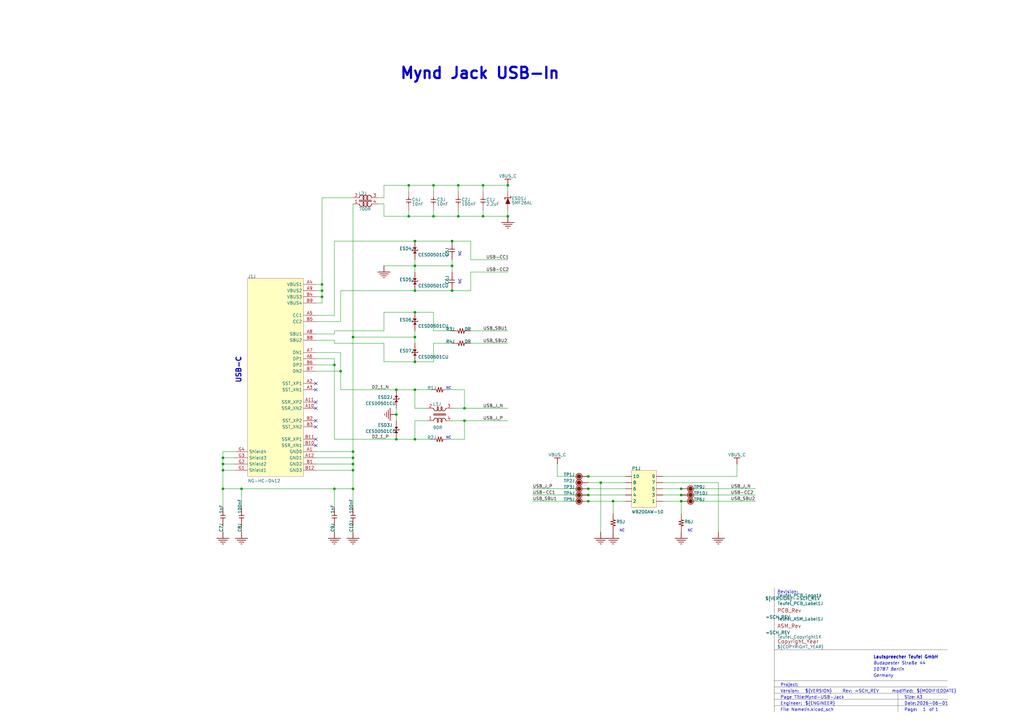
<source format=kicad_sch>
(kicad_sch (version 20231120) (generator "eeschema") (generator_version "8.0")
  (paper "A3")
  (title_block (title "Mynd-USB-Jack") (rev "=SCH_REV"))
  (lib_symbols
    (symbol "Mynd_USB_JACK-altium-import:GND_POWER_GROUND" (power)
      (property "Reference" "#PWR" (at 0 0 0))
      (property "Value" "GND" (at 0 6.35 0))
      (symbol "GND_POWER_GROUND_0_0"
        (pin power_in line (at 0 0 0) (length 0) hide (name "GND") (number ""))
      )
    )
    (symbol "Mynd_USB_JACK-altium-import:VBUS_C_BAR" (power)
      (property "Reference" "#PWR" (at 0 0 0))
      (property "Value" "VBUS_C" (at 0 3.81 0))
      (symbol "VBUS_C_BAR_0_0"
        (pin power_in line (at 0 0 0) (length 0) hide (name "VBUS_C") (number ""))
      )
    )
    (symbol "Mynd_USB_JACK-altium-import:root_0_RES1"
      (symbol "root_0_RES1_1_0"
        (pin passive line (at 0 0 0) (length 2.54) (name "1") (number "1"))
        (pin passive line (at 7.62 0 180) (length 2.54) (name "2") (number "2"))
      )
    )
    (symbol "Mynd_USB_JACK-altium-import:root_0_Teufel NoLogo")
    (symbol "Mynd_USB_JACK-altium-import:root_0_Teufel_ASM_Label"
      (symbol "root_0_Teufel_ASM_Label_1_0"
        (text "ASM_Rev" (at 0 0 0) (effects (font (size 1.524 1.524)) (justify left bottom)))
      )
    )
    (symbol "Mynd_USB_JACK-altium-import:root_0_Teufel_Copyright"
      (symbol "root_0_Teufel_Copyright_1_0"
        (text "Copyright_Year" (at 0 0 0) (effects (font (size 1.524 1.524)) (justify left bottom)))
      )
    )
    (symbol "Mynd_USB_JACK-altium-import:root_0_Teufel_PCB_Label"
      (symbol "root_0_Teufel_PCB_Label_1_0"
        (text "PCB_Rev" (at 0 0 0) (effects (font (size 1.524 1.524)) (justify left bottom)))
      )
    )
    (symbol "Mynd_USB_JACK-altium-import:root_0_mirrored_USB_TYPE_C_3"
      (symbol "root_0_mirrored_USB_TYPE_C_3_1_0"
        (pin passive line (at 5.08 -71.12 180) (length 5.08) (name "GND0") (number "A1"))
        (pin passive line (at 5.08 -53.34 180) (length 5.08) (name "SSR_XN2") (number "A10"))
        (pin passive line (at 5.08 -50.8 180) (length 5.08) (name "SSR_XP2") (number "A11"))
        (pin passive line (at 5.08 -73.66 180) (length 5.08) (name "GND1") (number "A12"))
        (pin passive line (at 5.08 -43.18 180) (length 5.08) (name "SST_XP1") (number "A2"))
        (pin passive line (at 5.08 -45.72 180) (length 5.08) (name "SST_XN1") (number "A3"))
        (pin passive line (at 5.08 -2.54 180) (length 5.08) (name "VBUS1") (number "A4"))
        (pin passive line (at 5.08 -15.24 180) (length 5.08) (name "CC1") (number "A5"))
        (pin passive line (at 5.08 -33.02 180) (length 5.08) (name "DP1") (number "A6"))
        (pin passive line (at 5.08 -30.48 180) (length 5.08) (name "DN1") (number "A7"))
        (pin passive line (at 5.08 -22.86 180) (length 5.08) (name "SBU1") (number "A8"))
        (pin passive line (at 5.08 -5.08 180) (length 5.08) (name "VBUS2") (number "A9"))
        (pin passive line (at 5.08 -76.2 180) (length 5.08) (name "GND2") (number "B1"))
        (pin passive line (at 5.08 -68.58 180) (length 5.08) (name "SSR_XN1") (number "B10"))
        (pin passive line (at 5.08 -66.04 180) (length 5.08) (name "SSR_XP1") (number "B11"))
        (pin passive line (at 5.08 -78.74 180) (length 5.08) (name "GND3") (number "B12"))
        (pin passive line (at 5.08 -58.42 180) (length 5.08) (name "SST_XP2") (number "B2"))
        (pin passive line (at 5.08 -60.96 180) (length 5.08) (name "SST_XN2") (number "B3"))
        (pin passive line (at 5.08 -7.62 180) (length 5.08) (name "VBUS3") (number "B4"))
        (pin passive line (at 5.08 -17.78 180) (length 5.08) (name "CC2") (number "B5"))
        (pin passive line (at 5.08 -35.56 180) (length 5.08) (name "DP2") (number "B6"))
        (pin passive line (at 5.08 -38.1 180) (length 5.08) (name "DN2") (number "B7"))
        (pin passive line (at 5.08 -25.4 180) (length 5.08) (name "SBU2") (number "B8"))
        (pin passive line (at 5.08 -10.16 180) (length 5.08) (name "VBUS4") (number "B9"))
        (pin passive line (at -27.94 -78.74 0) (length 5.08) (name "Shield1") (number "G1"))
        (pin passive line (at -27.94 -76.2 0) (length 5.08) (name "Shield2") (number "G2"))
        (pin passive line (at -27.94 -73.66 0) (length 5.08) (name "Shield3") (number "G3"))
        (pin passive line (at -27.94 -71.12 0) (length 5.08) (name "Shield4") (number "G4"))
      )
    )
    (symbol "Mynd_USB_JACK-altium-import:root_1_CAP1"
      (symbol "root_1_CAP1_1_0"
        (pin passive line (at 0 0 90) (length 2.54) (name "1") (number "1"))
        (pin passive line (at 0 7.62 270) (length 2.54) (name "2") (number "2"))
      )
    )
    (symbol "Mynd_USB_JACK-altium-import:root_1_RES1"
      (symbol "root_1_RES1_1_0"
        (pin passive line (at 0 0 90) (length 2.54) (name "1") (number "1"))
        (pin passive line (at 0 7.62 270) (length 2.54) (name "2") (number "2"))
      )
    )
    (symbol "Mynd_USB_JACK-altium-import:root_1_mirrored_DIODE_BID_ESD2"
      (symbol "root_1_mirrored_DIODE_BID_ESD2_1_0"
        (pin passive line (at 0 0 90) (length 2.54) (name "1") (number "1"))
        (pin passive line (at 0 7.62 270) (length 2.54) (name "2") (number "2"))
      )
    )
    (symbol "Mynd_USB_JACK-altium-import:root_1_mirrored_DIODE_TVS1"
      (symbol "root_1_mirrored_DIODE_TVS1_1_0"
        (pin passive line (at 0 0 90) (length 2.54) (name "A") (number "A"))
        (pin passive line (at 0 7.62 270) (length 2.54) (name "K") (number "K"))
      )
    )
    (symbol "Mynd_USB_JACK-altium-import:root_2_CON 2X5P"
      (symbol "root_2_CON 2X5P_1_0"
        (pin passive line (at 2.54 2.54 180) (length 2.54) (name "1") (number "1"))
        (pin passive line (at -12.7 12.7 0) (length 2.54) (name "10") (number "10"))
        (pin passive line (at -12.7 2.54 0) (length 2.54) (name "2") (number "2"))
        (pin passive line (at 2.54 5.08 180) (length 2.54) (name "3") (number "3"))
        (pin passive line (at -12.7 5.08 0) (length 2.54) (name "4") (number "4"))
        (pin passive line (at 2.54 7.62 180) (length 2.54) (name "5") (number "5"))
        (pin passive line (at -12.7 7.62 0) (length 2.54) (name "6") (number "6"))
        (pin passive line (at 2.54 10.16 180) (length 2.54) (name "7") (number "7"))
        (pin passive line (at -12.7 10.16 0) (length 2.54) (name "8") (number "8"))
        (pin passive line (at 2.54 12.7 180) (length 2.54) (name "9") (number "9"))
      )
    )
    (symbol "Mynd_USB_JACK-altium-import:root_2_TP"
      (symbol "root_2_TP_1_0"
        (pin passive line (at 0 0 180) (length 2.54) (name "1") (number "1"))
      )
    )
    (symbol "Mynd_USB_JACK-altium-import:root_2_mirrored_CET9070F-701"
      (symbol "root_2_mirrored_CET9070F-701_1_0"
        (pin passive line (at 0 0 0) (length 2.54) (name "1") (number "1"))
        (pin passive line (at 0 5.08 0) (length 2.54) (name "2") (number "2"))
        (pin passive line (at 10.16 5.08 180) (length 2.54) (name "3") (number "3"))
        (pin passive line (at 10.16 0 180) (length 2.54) (name "4") (number "4"))
      )
    )
    (symbol "Mynd_USB_JACK-altium-import:root_2_mirrored_INDUCTOR_CM_2_1"
      (symbol "root_2_mirrored_INDUCTOR_CM_2_1_1_0"
        (pin passive line (at 0 0 0) (length 2.54) (name "1") (number "1"))
        (pin passive line (at 0 2.54 0) (length 2.54) (name "2") (number "2"))
        (pin passive line (at 10.16 2.54 180) (length 2.54) (name "3") (number "3"))
        (pin passive line (at 10.16 0 180) (length 2.54) (name "4") (number "4"))
      )
    )
    (symbol "Mynd_USB_JACK-altium-import:root_2_mirrored_TP"
      (symbol "root_2_mirrored_TP_1_0"
        (pin passive line (at 0 0 0) (length 2.54) (name "1") (number "1"))
      )
    )
    (symbol "Mynd_USB_JACK-altium-import:root_3_CAP1"
      (symbol "root_3_CAP1_1_0"
        (pin passive line (at 0 0 270) (length 2.54) (name "1") (number "1"))
        (pin passive line (at 0 -7.62 90) (length 2.54) (name "2") (number "2"))
      )
    )
    (symbol "Mynd_USB_JACK-altium-import:root_3_mirrored_DIODE_BID_ESD2"
      (symbol "root_3_mirrored_DIODE_BID_ESD2_1_0"
        (pin passive line (at 0 0 270) (length 2.54) (name "1") (number "1"))
        (pin passive line (at 0 -7.62 90) (length 2.54) (name "2") (number "2"))
      )
    )
  )
  (junction (at 185.42 98.8822))
  (junction (at 137.16 149.6822))
  (junction (at 144.78 138.2522))
  (junction (at 241.3 205.5622))
  (junction (at 91.44 187.7822))
  (junction (at 208.28 76.0222))
  (junction (at 170.18 109.0422))
  (junction (at 170.18 159.8422))
  (junction (at 170.18 119.2022))
  (junction (at 170.18 98.8822))
  (junction (at 162.56 180.1622))
  (junction (at 144.78 192.8622))
  (junction (at 132.08 119.2022))
  (junction (at 279.4 200.4822))
  (junction (at 251.46 205.5622))
  (junction (at 144.78 185.2422))
  (junction (at 167.64 88.7222))
  (junction (at 170.18 138.2522))
  (junction (at 246.38 197.9422))
  (junction (at 162.56 159.8422))
  (junction (at 137.16 200.4822))
  (junction (at 187.96 88.7222))
  (junction (at 91.44 190.3222))
  (junction (at 185.42 119.2022))
  (junction (at 241.3 203.0222))
  (junction (at 170.18 180.1622))
  (junction (at 170.18 128.0922))
  (junction (at 177.8 88.7222))
  (junction (at 144.78 200.4822))
  (junction (at 177.8 76.0222))
  (junction (at 185.42 109.0422))
  (junction (at 144.78 187.7822))
  (junction (at 144.78 190.3222))
  (junction (at 99.06 200.4822))
  (junction (at 241.3 195.4022))
  (junction (at 91.44 192.8622))
  (junction (at 279.4 205.5622))
  (junction (at 198.12 76.0222))
  (junction (at 208.28 88.7222))
  (junction (at 190.5 167.4622))
  (junction (at 162.56 170.0022))
  (junction (at 91.44 200.4822))
  (junction (at 167.64 76.0222))
  (junction (at 241.3 200.4822))
  (junction (at 139.7 152.2222))
  (junction (at 279.4 203.0222))
  (junction (at 132.08 121.7422))
  (junction (at 187.96 76.0222))
  (junction (at 190.5 172.5422))
  (junction (at 198.12 88.7222))
  (junction (at 132.08 116.6622))
  (junction (at 170.18 148.4122))
  (no_connect (at 129.54 172.5422))
  (no_connect (at 129.54 175.0822))
  (no_connect (at 129.54 164.9222))
  (no_connect (at 129.54 157.3022))
  (no_connect (at 129.54 159.8422))
  (no_connect (at 129.54 180.1622))
  (no_connect (at 129.54 167.4622))
  (no_connect (at 129.54 182.7022))
  (wire (pts (xy 132.08 124.2822) (xy 132.08 121.7422)))
  (wire (pts (xy 208.28 76.0222) (xy 208.28 78.5622)))
  (wire (pts (xy 162.56 180.1622) (xy 137.16 180.1622)))
  (wire (pts (xy 132.08 121.7422) (xy 132.08 119.2022)))
  (wire (pts (xy 185.42 140.7922) (xy 177.8 140.7922)))
  (wire (pts (xy 129.54 192.8622) (xy 144.78 192.8622)))
  (wire (pts (xy 177.8 148.4122) (xy 170.18 148.4122)))
  (wire (pts (xy 241.3 203.0222) (xy 218.44 203.0222)))
  (wire (pts (xy 170.18 119.2022) (xy 185.42 119.2022)))
  (wire (pts (xy 132.08 116.6622) (xy 132.08 81.1022)))
  (wire (pts (xy 176.53 159.8422) (xy 170.18 159.8422)))
  (wire (pts (xy 129.54 144.6022) (xy 139.7 144.6022)))
  (wire (pts (xy 187.96 88.7222) (xy 198.12 88.7222)))
  (wire (pts (xy 99.06 200.4822) (xy 137.16 200.4822)))
  (wire (pts (xy 256.54 197.9422) (xy 246.38 197.9422)))
  (wire (pts (xy 132.08 119.2022) (xy 132.08 116.6622)))
  (wire (pts (xy 170.18 135.7122) (xy 170.18 138.2522)))
  (wire (pts (xy 177.8 140.7922) (xy 177.8 148.4122)))
  (wire (pts (xy 271.78 197.9422) (xy 294.64 197.9422)))
  (wire (pts (xy 185.42 172.5422) (xy 190.5 172.5422)))
  (wire (pts (xy 198.12 76.0222) (xy 198.12 78.5622)))
  (wire (pts (xy 177.8 88.7222) (xy 177.8 86.1822)))
  (wire (pts (xy 228.6 190.3222) (xy 228.6 195.4022)))
  (wire (pts (xy 167.64 76.0222) (xy 167.64 78.5622)))
  (wire (pts (xy 137.16 129.3622) (xy 137.16 98.8822)))
  (wire (pts (xy 309.88 205.5622) (xy 279.4 205.5622)))
  (wire (pts (xy 190.5 180.1622) (xy 190.5 172.5422)))
  (wire (pts (xy 144.78 192.8622) (xy 144.78 190.3222)))
  (polyline (pts (xy 317.5 291.9222) (xy 317.5 266.5222)) (stroke (width 0.0254) (type solid) (color 0 0 0 1)))
  (wire (pts (xy 157.48 135.7122) (xy 137.16 135.7122)))
  (polyline (pts (xy 317.5 286.8422) (xy 388.62 286.8422)) (stroke (width 0.0254) (type solid) (color 0 0 0 1)))
  (wire (pts (xy 302.26 195.4022) (xy 302.26 190.3222)))
  (wire (pts (xy 91.44 218.2622) (xy 91.44 215.7222)))
  (wire (pts (xy 241.3 205.5622) (xy 251.46 205.5622)))
  (wire (pts (xy 251.46 210.6422) (xy 251.46 205.5622)))
  (wire (pts (xy 162.56 170.0022) (xy 162.56 172.5422)))
  (wire (pts (xy 157.48 83.6422) (xy 154.94 83.6422)))
  (wire (pts (xy 185.42 109.0422) (xy 185.42 106.5022)))
  (wire (pts (xy 184.15 180.1622) (xy 190.5 180.1622)))
  (wire (pts (xy 184.15 159.8422) (xy 190.5 159.8422)))
  (wire (pts (xy 193.04 140.7922) (xy 208.28 140.7922)))
  (wire (pts (xy 177.8 76.0222) (xy 187.96 76.0222)))
  (wire (pts (xy 175.26 172.5422) (xy 170.18 172.5422)))
  (wire (pts (xy 139.7 131.9022) (xy 139.7 119.2022)))
  (wire (pts (xy 144.78 138.2522) (xy 170.18 138.2522)))
  (wire (pts (xy 129.54 119.2022) (xy 132.08 119.2022)))
  (polyline (pts (xy 317.5 266.5222) (xy 388.62 266.5222)) (stroke (width 0.0254) (type solid) (color 0 0 0 1)))
  (wire (pts (xy 228.6 195.4022) (xy 241.3 195.4022)))
  (wire (pts (xy 170.18 109.0422) (xy 170.18 111.5822)))
  (wire (pts (xy 162.56 167.4622) (xy 162.56 170.0022)))
  (wire (pts (xy 132.08 81.1022) (xy 144.78 81.1022)))
  (wire (pts (xy 185.42 167.4622) (xy 190.5 167.4622)))
  (wire (pts (xy 198.12 88.7222) (xy 208.28 88.7222)))
  (wire (pts (xy 96.52 187.7822) (xy 91.44 187.7822)))
  (wire (pts (xy 190.5 159.8422) (xy 190.5 167.4622)))
  (wire (pts (xy 279.4 203.0222) (xy 271.78 203.0222)))
  (wire (pts (xy 139.7 119.2022) (xy 170.18 119.2022)))
  (wire (pts (xy 91.44 208.1022) (xy 91.44 200.4822)))
  (polyline (pts (xy 317.5 279.2222) (xy 388.62 279.2222)) (stroke (width 0.0254) (type solid) (color 0 0 0 1)))
  (wire (pts (xy 137.16 200.4822) (xy 144.78 200.4822)))
  (wire (pts (xy 99.06 218.2622) (xy 99.06 215.7222)))
  (wire (pts (xy 129.54 124.2822) (xy 132.08 124.2822)))
  (wire (pts (xy 208.28 88.7222) (xy 208.28 86.1822)))
  (polyline (pts (xy 317.5 266.5222) (xy 317.5 241.1222)) (stroke (width 0.0254) (type solid) (color 0 0 0 1)))
  (wire (pts (xy 279.4 205.5622) (xy 271.78 205.5622)))
  (wire (pts (xy 170.18 180.1622) (xy 162.56 180.1622)))
  (wire (pts (xy 139.7 144.6022) (xy 139.7 152.2222)))
  (polyline (pts (xy 317.5 284.3022) (xy 388.62 284.3022)) (stroke (width 0.0254) (type solid) (color 0 0 0 1)))
  (wire (pts (xy 144.78 190.3222) (xy 144.78 187.7822)))
  (wire (pts (xy 193.04 119.2022) (xy 193.04 111.5822)))
  (wire (pts (xy 167.64 86.1822) (xy 167.64 88.7222)))
  (wire (pts (xy 129.54 116.6622) (xy 132.08 116.6622)))
  (wire (pts (xy 96.52 192.8622) (xy 91.44 192.8622)))
  (wire (pts (xy 137.16 149.6822) (xy 137.16 147.1422)))
  (wire (pts (xy 139.7 159.8422) (xy 162.56 159.8422)))
  (wire (pts (xy 170.18 159.8422) (xy 170.18 167.4622)))
  (wire (pts (xy 167.64 76.0222) (xy 177.8 76.0222)))
  (wire (pts (xy 129.54 131.9022) (xy 139.7 131.9022)))
  (wire (pts (xy 144.78 185.2422) (xy 144.78 138.2522)))
  (polyline (pts (xy 317.5 281.7622) (xy 388.62 281.7622)) (stroke (width 0.0254) (type solid) (color 0 0 0 1)))
  (wire (pts (xy 167.64 88.7222) (xy 177.8 88.7222)))
  (wire (pts (xy 157.48 109.0422) (xy 170.18 109.0422)))
  (wire (pts (xy 157.48 128.0922) (xy 157.48 135.7122)))
  (wire (pts (xy 167.64 76.0222) (xy 157.48 76.0222)))
  (wire (pts (xy 241.3 195.4022) (xy 256.54 195.4022)))
  (wire (pts (xy 144.78 138.2522) (xy 144.78 83.6422)))
  (wire (pts (xy 157.48 148.4122) (xy 157.48 140.7922)))
  (wire (pts (xy 246.38 197.9422) (xy 241.3 197.9422)))
  (wire (pts (xy 193.04 135.7122) (xy 208.28 135.7122)))
  (wire (pts (xy 157.48 81.1022) (xy 154.94 81.1022)))
  (wire (pts (xy 185.42 119.2022) (xy 193.04 119.2022)))
  (wire (pts (xy 167.64 88.7222) (xy 157.48 88.7222)))
  (wire (pts (xy 294.64 197.9422) (xy 294.64 218.2622)))
  (wire (pts (xy 96.52 190.3222) (xy 91.44 190.3222)))
  (wire (pts (xy 187.96 76.0222) (xy 198.12 76.0222)))
  (wire (pts (xy 193.04 98.8822) (xy 193.04 106.5022)))
  (wire (pts (xy 96.52 185.2422) (xy 91.44 185.2422)))
  (wire (pts (xy 91.44 187.7822) (xy 91.44 190.3222)))
  (wire (pts (xy 279.4 200.4822) (xy 271.78 200.4822)))
  (wire (pts (xy 177.8 78.5622) (xy 177.8 76.0222)))
  (wire (pts (xy 157.48 140.7922) (xy 137.16 140.7922)))
  (wire (pts (xy 162.56 159.8422) (xy 170.18 159.8422)))
  (wire (pts (xy 198.12 88.7222) (xy 198.12 86.1822)))
  (wire (pts (xy 193.04 106.5022) (xy 208.28 106.5022)))
  (wire (pts (xy 190.5 167.4622) (xy 208.28 167.4622)))
  (wire (pts (xy 144.78 187.7822) (xy 129.54 187.7822)))
  (wire (pts (xy 170.18 148.4122) (xy 157.48 148.4122)))
  (wire (pts (xy 137.16 140.7922) (xy 137.16 139.5222)))
  (wire (pts (xy 99.06 208.1022) (xy 99.06 200.4822)))
  (wire (pts (xy 309.88 203.0222) (xy 279.4 203.0222)))
  (wire (pts (xy 190.5 172.5422) (xy 208.28 172.5422)))
  (wire (pts (xy 129.54 190.3222) (xy 144.78 190.3222)))
  (wire (pts (xy 137.16 98.8822) (xy 170.18 98.8822)))
  (wire (pts (xy 177.8 88.7222) (xy 187.96 88.7222)))
  (wire (pts (xy 187.96 88.7222) (xy 187.96 86.1822)))
  (wire (pts (xy 309.88 200.4822) (xy 279.4 200.4822)))
  (wire (pts (xy 129.54 121.7422) (xy 132.08 121.7422)))
  (wire (pts (xy 170.18 167.4622) (xy 175.26 167.4622)))
  (wire (pts (xy 177.8 135.7122) (xy 177.8 128.0922)))
  (wire (pts (xy 187.96 76.0222) (xy 187.96 78.5622)))
  (wire (pts (xy 91.44 185.2422) (xy 91.44 187.7822)))
  (wire (pts (xy 170.18 128.0922) (xy 157.48 128.0922)))
  (wire (pts (xy 241.3 200.4822) (xy 256.54 200.4822)))
  (wire (pts (xy 256.54 203.0222) (xy 241.3 203.0222)))
  (wire (pts (xy 157.48 76.0222) (xy 157.48 81.1022)))
  (wire (pts (xy 137.16 139.5222) (xy 129.54 139.5222)))
  (wire (pts (xy 137.16 136.9822) (xy 129.54 136.9822)))
  (wire (pts (xy 218.44 200.4822) (xy 241.3 200.4822)))
  (wire (pts (xy 198.12 76.0222) (xy 208.28 76.0222)))
  (polyline (pts (xy 368.3 291.9222) (xy 368.3 284.3022)) (stroke (width 0.0254) (type solid) (color 0 0 0 1)))
  (wire (pts (xy 144.78 208.1022) (xy 144.78 200.4822)))
  (wire (pts (xy 139.7 152.2222) (xy 139.7 159.8422)))
  (wire (pts (xy 144.78 185.2422) (xy 144.78 187.7822)))
  (wire (pts (xy 144.78 200.4822) (xy 144.78 192.8622)))
  (wire (pts (xy 144.78 218.2622) (xy 144.78 215.7222)))
  (wire (pts (xy 246.38 218.2622) (xy 246.38 197.9422)))
  (wire (pts (xy 170.18 180.1622) (xy 176.53 180.1622)))
  (wire (pts (xy 129.54 149.6822) (xy 137.16 149.6822)))
  (wire (pts (xy 170.18 106.5022) (xy 170.18 109.0422)))
  (wire (pts (xy 177.8 128.0922) (xy 170.18 128.0922)))
  (wire (pts (xy 185.42 135.7122) (xy 177.8 135.7122)))
  (wire (pts (xy 157.48 88.7222) (xy 157.48 83.6422)))
  (wire (pts (xy 241.3 205.5622) (xy 218.44 205.5622)))
  (wire (pts (xy 170.18 109.0422) (xy 185.42 109.0422)))
  (wire (pts (xy 91.44 200.4822) (xy 99.06 200.4822)))
  (wire (pts (xy 137.16 135.7122) (xy 137.16 136.9822)))
  (wire (pts (xy 193.04 111.5822) (xy 208.28 111.5822)))
  (wire (pts (xy 129.54 129.3622) (xy 137.16 129.3622)))
  (wire (pts (xy 279.4 210.6422) (xy 279.4 205.5622)))
  (wire (pts (xy 185.42 109.0422) (xy 185.42 111.5822)))
  (wire (pts (xy 251.46 205.5622) (xy 256.54 205.5622)))
  (wire (pts (xy 271.78 195.4022) (xy 302.26 195.4022)))
  (polyline (pts (xy 317.5 289.3822) (xy 388.62 289.3822)) (stroke (width 0.0254) (type solid) (color 0 0 0 1)))
  (wire (pts (xy 137.16 147.1422) (xy 129.54 147.1422)))
  (wire (pts (xy 137.16 180.1622) (xy 137.16 149.6822)))
  (wire (pts (xy 129.54 152.2222) (xy 139.7 152.2222)))
  (wire (pts (xy 91.44 192.8622) (xy 91.44 200.4822)))
  (wire (pts (xy 137.16 208.1022) (xy 137.16 200.4822)))
  (wire (pts (xy 137.16 218.2622) (xy 137.16 215.7222)))
  (wire (pts (xy 185.42 98.8822) (xy 193.04 98.8822)))
  (wire (pts (xy 170.18 138.2522) (xy 170.18 140.7922)))
  (wire (pts (xy 129.54 185.2422) (xy 144.78 185.2422)))
  (wire (pts (xy 170.18 172.5422) (xy 170.18 180.1622)))
  (wire (pts (xy 170.18 98.8822) (xy 185.42 98.8822)))
  (wire (pts (xy 91.44 190.3222) (xy 91.44 192.8622)))
  (text "" (at 179.07 60.7822 0) (effects (font (size 4.572 4.572) (thickness 0.9144) (bold yes)) (justify left bottom)))
  (text "${TITLE}" (at 330.2 286.8422 0) (effects (font (size 1.27 1.27)) (justify left bottom)))
  (text "Revision:" (at 318.77 243.6622 0) (effects (font (size 1.27 1.27)) (justify left bottom)))
  (text "Mynd Jack USB-In" (at 196.85 32.8422 0) (effects (font (size 4.572 4.572) (thickness 0.9144) (bold yes)) (justify bottom)))
  (text "${##}" (at 383.54 291.9222 0) (effects (font (size 1.27 1.27)) (justify left bottom)))
  (text "Project:" (at 320.04 281.7622 0) (effects (font (size 1.27 1.27)) (justify left bottom)))
  (text "Budapester Straße 44" (at 358.14 272.8722 0) (effects (font (size 1.27 1.27) (italic yes)) (justify left bottom)))
  (text "Page Title:" (at 320.04 286.8422 0) (effects (font (size 1.27 1.27)) (justify left bottom)))
  (text "${FILENAME}" (at 330.2 291.9222 0) (effects (font (size 1.27 1.27)) (justify left bottom)))
  (text "NC" (at 182.88 180.1622 0) (effects (font (size 1.016 1.016)) (justify left bottom)))
  (text "NC" (at 254 218.2622 0) (effects (font (size 1.016 1.016)) (justify left bottom)))
  (text "File Name:" (at 320.04 291.9222 0) (effects (font (size 1.27 1.27)) (justify left bottom)))
  (text "Date:" (at 370.84 289.3822 0) (effects (font (size 1.27 1.27)) (justify left bottom)))
  (text "Size:" (at 370.84 286.8422 0) (effects (font (size 1.27 1.27)) (justify left bottom)))
  (text "${PROJECTNAME}" (at 330.2 281.7622 0) (effects (font (size 1.27 1.27)) (justify left bottom)))
  (text "NC" (at 281.94 218.2622 0) (effects (font (size 1.016 1.016)) (justify left bottom)))
  (text "NC" (at 189.23 105.2322 90) (effects (font (size 1.016 1.016)) (justify left bottom)))
  (text "of" (at 381 291.9222 0) (effects (font (size 1.27 1.27)) (justify left bottom)))
  (text "modified:" (at 365.76 284.3022 0) (effects (font (size 1.27 1.27)) (justify left bottom)))
  (text "${MODIFIEDDATE}" (at 375.92 284.3022 0) (effects (font (size 1.27 1.27)) (justify left bottom)))
  (text "${REVISION}" (at 350.52 284.3022 0) (effects (font (size 1.27 1.27)) (justify left bottom)))
  (text "Page:" (at 370.84 291.9222 0) (effects (font (size 1.27 1.27)) (justify left bottom)))
  (text "10787 Berlin" (at 358.14 275.4122 0) (effects (font (size 1.27 1.27) (italic yes)) (justify left bottom)))
  (text "USB-C" (at 99.06 157.3022 90) (effects (font (size 2.032 2.032) (thickness 0.4064) (bold yes)) (justify left bottom)))
  (text "Version:" (at 320.04 284.3022 0) (effects (font (size 1.27 1.27)) (justify left bottom)))
  (text "Rev:" (at 345.44 284.3022 0) (effects (font (size 1.27 1.27)) (justify left bottom)))
  (text "${CURRENT_DATE}" (at 375.92 289.3822 0) (effects (font (size 1.27 1.27)) (justify left bottom)))
  (text "Engineer:" (at 320.04 289.3822 0) (effects (font (size 1.27 1.27)) (justify left bottom)))
  (text "${VERSION}" (at 330.2 284.3022 0) (effects (font (size 1.27 1.27)) (justify left bottom)))
  (text "A3" (at 375.92 286.8422 0) (effects (font (size 1.27 1.27)) (justify left bottom)))
  (text "Germany" (at 358.14 277.9522 0) (effects (font (size 1.27 1.27) (italic yes)) (justify left bottom)))
  (text "${ENGINEER}" (at 330.2 289.3822 0) (effects (font (size 1.27 1.27)) (justify left bottom)))
  (text "NC" (at 189.23 116.6622 90) (effects (font (size 1.016 1.016)) (justify left bottom)))
  (text "NC" (at 182.88 159.8422 0) (effects (font (size 1.016 1.016)) (justify left bottom)))
  (text "Lautspreecher Teufel GmbH" (at 358.14 270.3322 0) (effects (font (size 1.27 1.27) (thickness 0.254) (bold yes)) (justify left bottom)))
  (text "${#}" (at 378.46 291.9222 0) (effects (font (size 1.27 1.27)) (justify left bottom)))
  (label "USB_SBU1" (at 198.12 135.7122 0))
  (label "USB-CC2" (at 199.39 111.5822 0))
  (label "USB_SBU1" (at 218.44 205.5622 0))
  (label "USB_J_N" (at 198.12 167.4622 0))
  (label "USB_SBU2" (at 299.72 205.5622 0))
  (label "USB-CC1" (at 218.44 203.0222 0))
  (label "D2_1_N" (at 152.4 159.8422 0))
  (label "USB_J_N" (at 299.72 200.4822 0))
  (label "D2_1_P" (at 152.4 180.1622 0))
  (label "USB_J_P" (at 198.12 172.5422 0))
  (label "USB-CC2" (at 299.72 203.0222 0))
  (label "USB_SBU2" (at 198.12 140.7922 0))
  (label "USB_J_P" (at 218.44 200.4822 0))
  (label "USB-CC1" (at 199.39 106.5022 0))
  (symbol (lib_id "Mynd_USB_JACK-altium-import:root_2_TP") (at 241.3 200.4822 0) (unit 1)
    (property "Reference" "TP3J" (at 231.14 200.4822 0) (effects (justify left bottom)))
    (property "Value" "TP12" (effects (hide yes)))
    (property "Footprint" "TP120" (effects (hide yes)))
    (property "Description" "Test Point" (effects (hide yes)))
    (property "DESIGN ITEM ID" "TP" (effects (hide yes)))
  )
  (symbol (lib_id "Mynd_USB_JACK-altium-import:VBUS_C_BAR") (at 228.6 190.3222 180) (unit 1)
    (property "Reference" "#PWR?" (effects (hide yes)))
    (property "Value" "VBUS_C" (at 228.6 186.5122 0))
  )
  (symbol (lib_id "Mynd_USB_JACK-altium-import:root_3_mirrored_DIODE_BID_ESD2") (at 162.56 172.5422 0) (unit 1)
    (property "Reference" "ESD3J" (at 154.94 175.0822 0) (effects (justify left bottom)))
    (property "Value" "${ALTIUM_VALUE}" (at 149.86 177.6222 0) (effects (justify left bottom)))
    (property "Footprint" "DFN2_100X60X50_65" (effects (hide yes)))
    (property "Description" "SMD TVS 2P 5.5 DFN1006 CESD0501CU CTE" (effects (hide yes)))
    (property "MANUFACTURER" "CTE" (effects (hide yes)))
    (property "VOLTAGE" "5.5V" (effects (hide yes)))
    (property "PART_NUMBER" "CESD0501CU" (effects (hide yes)))
    (property "PART_TYPE" "Semiconductor Diode TVS SMT" (effects (hide yes)))
    (property "ALTIUM_VALUE" "${PART_NUMBER}" (effects (hide yes)))
  )
  (symbol (lib_id "Mynd_USB_JACK-altium-import:root_3_CAP1") (at 185.42 98.8822 0) (unit 1)
    (property "Reference" "C5J" (at 184.15 105.2322 90) (effects (justify left bottom)))
    (property "Value" "${ALTIUM_VALUE}" (effects (hide yes)))
    (property "Footprint" "C0603X80" (effects (hide yes)))
    (property "Description" "PSHF SMD CAP 470pF 50V 10%" (effects (hide yes)))
    (property "MANUFACTURER" "Multi-Sourced" (effects (hide yes)))
    (property "TOLERANCE" "±10%" (effects (hide yes)))
    (property "TEMPERATURERANGE" "X7R" (effects (hide yes)))
    (property "PART_NUMBER" "Generic" (effects (hide yes)))
    (property "PART_TYPE" "Capacitor ceramic SMT" (effects (hide yes)))
    (property "ALTIUM_VALUE" "470pF" (effects (hide yes)))
    (property "VOLTAGE" "50V" (effects (hide yes)))
  )
  (symbol (lib_id "Mynd_USB_JACK-altium-import:root_3_mirrored_DIODE_BID_ESD2") (at 170.18 140.7922 0) (unit 1)
    (property "Reference" "ESD7J" (at 163.83 144.6022 0) (effects (justify left bottom)))
    (property "Value" "${ALTIUM_VALUE}" (at 171.45 147.1422 0) (effects (justify left bottom)))
    (property "Footprint" "DFN2_100X60X50_65" (effects (hide yes)))
    (property "Description" "SMD TVS 2P 5.5 DFN1006 CESD0501CU CTE" (effects (hide yes)))
    (property "MANUFACTURER" "CTE" (effects (hide yes)))
    (property "VOLTAGE" "5.5V" (effects (hide yes)))
    (property "PART_NUMBER" "CESD0501CU" (effects (hide yes)))
    (property "PART_TYPE" "Semiconductor Diode TVS SMT" (effects (hide yes)))
    (property "ALTIUM_VALUE" "${PART_NUMBER}" (effects (hide yes)))
  )
  (symbol (lib_id "Mynd_USB_JACK-altium-import:GND_POWER_GROUND") (at 144.78 218.2622 0) (unit 1)
    (property "Reference" "#PWR?" (effects (hide yes)))
    (property "Value" "GND" (effects (hide yes)))
  )
  (symbol (lib_id "Mynd_USB_JACK-altium-import:root_2_mirrored_TP") (at 279.4 200.4822 0) (unit 1)
    (property "Reference" "TP9J" (at 284.48 200.4822 0) (effects (justify left bottom)))
    (property "Value" "TP12" (effects (hide yes)))
    (property "Footprint" "TP120" (effects (hide yes)))
    (property "Description" "Test Point" (effects (hide yes)))
    (property "DESIGN ITEM ID" "TP" (effects (hide yes)))
  )
  (symbol (lib_id "Mynd_USB_JACK-altium-import:root_3_CAP1") (at 91.44 208.1022 0) (unit 1)
    (property "Reference" "C7J" (at 91.44 218.2622 90) (effects (justify left bottom)))
    (property "Value" "${ALTIUM_VALUE}" (at 91.44 210.6422 90) (effects (justify left bottom)))
    (property "Footprint" "C0603X100" (effects (hide yes)))
    (property "Description" "GPHF SMD M CAP 1nF 50V ±10% 0603 X7R" (effects (hide yes)))
    (property "MANUFACTURER" "Multi-Sourced" (effects (hide yes)))
    (property "TOLERANCE" "±10%" (effects (hide yes)))
    (property "TEMPERATURERANGE" "X7R" (effects (hide yes)))
    (property "PART_NUMBER" "Generic" (effects (hide yes)))
    (property "PART_TYPE" "Capacitor ceramic SMT" (effects (hide yes)))
    (property "ALTIUM_VALUE" "1nF" (effects (hide yes)))
    (property "VOLTAGE" "50V" (effects (hide yes)))
  )
  (symbol (lib_id "Mynd_USB_JACK-altium-import:root_2_TP") (at 241.3 205.5622 0) (unit 1)
    (property "Reference" "TP5J" (at 231.14 205.5622 0) (effects (justify left bottom)))
    (property "Value" "TP12" (effects (hide yes)))
    (property "Footprint" "TP120" (effects (hide yes)))
    (property "Description" "Test Point" (effects (hide yes)))
    (property "DESIGN ITEM ID" "TP" (effects (hide yes)))
  )
  (symbol (lib_id "Mynd_USB_JACK-altium-import:VBUS_C_BAR") (at 208.28 76.0222 180) (unit 1)
    (property "Reference" "#PWR?" (effects (hide yes)))
    (property "Value" "VBUS_C" (at 208.28 72.2122 0))
  )
  (symbol (lib_id "Mynd_USB_JACK-altium-import:root_3_CAP1") (at 99.06 208.1022 0) (unit 1)
    (property "Reference" "C8J" (at 99.06 218.2622 90) (effects (justify left bottom)))
    (property "Value" "${ALTIUM_VALUE}" (at 99.06 210.6422 90) (effects (justify left bottom)))
    (property "Footprint" "C0603X100" (effects (hide yes)))
    (property "Description" "GPHF SMD M CAP 100nF 50V ±10% 0603 X7R" (effects (hide yes)))
    (property "MANUFACTURER" "Multi-Sourced" (effects (hide yes)))
    (property "TOLERANCE" "±10%" (effects (hide yes)))
    (property "TEMPERATURERANGE" "X7R" (effects (hide yes)))
    (property "PART_NUMBER" "Generic" (effects (hide yes)))
    (property "PART_TYPE" "Capacitor ceramic SMT" (effects (hide yes)))
    (property "ALTIUM_VALUE" "100nF" (effects (hide yes)))
    (property "VOLTAGE" "50V" (effects (hide yes)))
  )
  (symbol (lib_id "Mynd_USB_JACK-altium-import:root_0_Teufel NoLogo") (at 320.04 246.2022 0) (unit 1)
    (property "Reference" "Teufel_PCB_Logo1k" (at 318.77 244.9322 0) (effects (justify left bottom)))
    (property "Value" "${VERSION}-${REVISION}" (at 318.77 246.2022 0) (effects (justify left bottom)))
    (property "Footprint" "Teufel_NoLogo" (effects (hide yes)))
    (property "Description" "Teufel PCB NoLogo" (effects (hide yes)))
  )
  (symbol (lib_id "Mynd_USB_JACK-altium-import:root_2_mirrored_TP") (at 279.4 205.5622 0) (unit 1)
    (property "Reference" "TP6J" (at 284.48 205.5622 0) (effects (justify left bottom)))
    (property "Value" "TP12" (effects (hide yes)))
    (property "Footprint" "TP120" (effects (hide yes)))
    (property "Description" "Test Point" (effects (hide yes)))
    (property "DESIGN ITEM ID" "TP" (effects (hide yes)))
  )
  (symbol (lib_id "Mynd_USB_JACK-altium-import:GND_POWER_GROUND") (at 208.28 88.7222 0) (unit 1)
    (property "Reference" "#PWR?" (effects (hide yes)))
    (property "Value" "GND" (effects (hide yes)))
  )
  (symbol (lib_id "Mynd_USB_JACK-altium-import:root_1_RES1") (at 279.4 218.2622 0) (unit 1)
    (property "Reference" "R6J" (at 280.67 214.7062 0) (effects (justify left bottom)))
    (property "Value" "${ALTIUM_VALUE}" (effects (hide yes)))
    (property "Footprint" "R0402" (effects (hide yes)))
    (property "Description" "SMD THICK FILM RES. 0Ohm 1/16W 1% 0402" (effects (hide yes)))
    (property "WATTAGE" "1/16W" (effects (hide yes)))
    (property "MANUFACTURER" "Multi-Sourced" (effects (hide yes)))
    (property "TOLERANCE" "1%" (effects (hide yes)))
    (property "PART_NUMBER" "Generic" (effects (hide yes)))
    (property "PART_TYPE" "Resistor SMT" (effects (hide yes)))
    (property "ALTIUM_VALUE" "NC" (effects (hide yes)))
  )
  (symbol (lib_id "Mynd_USB_JACK-altium-import:root_2_TP") (at 241.3 195.4022 0) (unit 1)
    (property "Reference" "TP1J" (at 231.14 195.4022 0) (effects (justify left bottom)))
    (property "Value" "TP12" (effects (hide yes)))
    (property "Footprint" "TP120" (effects (hide yes)))
    (property "Description" "Test Point" (effects (hide yes)))
    (property "DESIGN ITEM ID" "TP" (effects (hide yes)))
  )
  (symbol (lib_id "Mynd_USB_JACK-altium-import:root_1_mirrored_DIODE_TVS1") (at 208.28 86.1822 0) (unit 1)
    (property "Reference" "ESD1J" (at 209.804 82.1182 0) (effects (justify left bottom)))
    (property "Value" "${ALTIUM_VALUE}" (at 209.804 83.8962 0) (effects (justify left bottom)))
    (property "Footprint" "SOD-123FL" (effects (hide yes)))
    (property "Description" "SMD TVS 2P 26 SOD-123FL SMF26AL JJW" (effects (hide yes)))
    (property "MANUFACTURER" "JJW" (effects (hide yes)))
    (property "CURRENT" "1A" (effects (hide yes)))
    (property "VOLTAGE" "26" (effects (hide yes)))
    (property "PART_NUMBER" "SMF26AL" (effects (hide yes)))
    (property "PART_TYPE" "Semiconductor Diode TVS SMT" (effects (hide yes)))
    (property "ALTIUM_VALUE" "${PART_NUMBER}" (effects (hide yes)))
  )
  (symbol (lib_id "Mynd_USB_JACK-altium-import:root_1_RES1") (at 251.46 218.2622 0) (unit 1)
    (property "Reference" "R5J" (at 252.73 214.7062 0) (effects (justify left bottom)))
    (property "Value" "${ALTIUM_VALUE}" (effects (hide yes)))
    (property "Footprint" "R0402" (effects (hide yes)))
    (property "Description" "SMD THICK FILM RES. 0Ohm 1/16W 1% 0402" (effects (hide yes)))
    (property "WATTAGE" "1/16W" (effects (hide yes)))
    (property "MANUFACTURER" "Multi-Sourced" (effects (hide yes)))
    (property "TOLERANCE" "1%" (effects (hide yes)))
    (property "PART_NUMBER" "Generic" (effects (hide yes)))
    (property "PART_TYPE" "Resistor SMT" (effects (hide yes)))
    (property "ALTIUM_VALUE" "NC" (effects (hide yes)))
  )
  (symbol (lib_id "Mynd_USB_JACK-altium-import:root_3_CAP1") (at 167.64 78.5622 0) (unit 1)
    (property "Reference" "C4J" (at 168.91 82.6262 0) (effects (justify left bottom)))
    (property "Value" "${ALTIUM_VALUE}" (at 168.91 84.4042 0) (effects (justify left bottom)))
    (property "Footprint" "C0603X100" (effects (hide yes)))
    (property "Description" "PSHF SMD M CAP 10nF 50V ±10% 0603 X7R" (effects (hide yes)))
    (property "MANUFACTURER" "Multi-Sourced" (effects (hide yes)))
    (property "TOLERANCE" "±10%" (effects (hide yes)))
    (property "TEMPERATURERANGE" "X7R" (effects (hide yes)))
    (property "PART_NUMBER" "Generic" (effects (hide yes)))
    (property "PART_TYPE" "Capacitor ceramic SMT" (effects (hide yes)))
    (property "ALTIUM_VALUE" "10nF" (effects (hide yes)))
    (property "VOLTAGE" "50V" (effects (hide yes)))
  )
  (symbol (lib_id "Mynd_USB_JACK-altium-import:GND_POWER_GROUND") (at 99.06 218.2622 0) (unit 1)
    (property "Reference" "#PWR?" (effects (hide yes)))
    (property "Value" "GND" (effects (hide yes)))
  )
  (symbol (lib_id "Mynd_USB_JACK-altium-import:GND_POWER_GROUND") (at 279.4 218.2622 0) (unit 1)
    (property "Reference" "#PWR?" (effects (hide yes)))
    (property "Value" "GND" (effects (hide yes)))
  )
  (symbol (lib_id "Mynd_USB_JACK-altium-import:GND_POWER_GROUND") (at 91.44 218.2622 0) (unit 1)
    (property "Reference" "#PWR?" (effects (hide yes)))
    (property "Value" "GND" (effects (hide yes)))
  )
  (symbol (lib_id "Mynd_USB_JACK-altium-import:root_0_mirrored_USB_TYPE_C_3") (at 124.46 114.1222 0) (unit 1)
    (property "Reference" "J1J" (at 101.6 114.1222 0) (effects (justify left bottom)))
    (property "Value" "${ALTIUM_VALUE}" (at 101.6 197.9422 0) (effects (justify left bottom)))
    (property "Footprint" "USB_TYPE_C_HC_0768" (effects (hide yes)))
    (property "Description" "SMD USB JACK 24P TID VERIFY" (effects (hide yes)))
    (property "MANUFACTURER" "FTS" (effects (hide yes)))
    (property "PART_NUMBER" "NG-HC-0412" (effects (hide yes)))
    (property "PART_TYPE" "Jack USBC SMT" (effects (hide yes)))
    (property "ALTIUM_VALUE" "${PART_NUMBER}" (effects (hide yes)))
  )
  (symbol (lib_id "Mynd_USB_JACK-altium-import:GND_POWER_GROUND") (at 157.48 109.0422 0) (unit 1)
    (property "Reference" "#PWR?" (effects (hide yes)))
    (property "Value" "GND" (effects (hide yes)))
  )
  (symbol (lib_id "Mynd_USB_JACK-altium-import:root_2_CON 2X5P") (at 269.24 208.1022 0) (unit 1)
    (property "Reference" "P1J" (at 259.08 192.8622 0) (effects (justify left bottom)))
    (property "Value" "${ALTIUM_VALUE}" (at 259.08 210.6422 0) (effects (justify left bottom)))
    (property "Footprint" "WB200AW_2x5P" (effects (hide yes)))
    (property "Description" "SMD WTB CONNECTOR 10P P2.0mm TIN" (effects (hide yes)))
    (property "MANUFACTURER" "MINGHENG" (effects (hide yes)))
    (property "SYSTEM" "Connector" (effects (hide yes)))
    (property "PART_NUMBER" "WB200AW-10" (effects (hide yes)))
    (property "PART_TYPE" "Connector WTB SMT" (effects (hide yes)))
    (property "ALTIUM_VALUE" "${PART_NUMBER}" (effects (hide yes)))
  )
  (symbol (lib_id "Mynd_USB_JACK-altium-import:root_0_Teufel_Copyright") (at 318.77 263.9822 0) (unit 1)
    (property "Reference" "Teufel_Copyright1K" (at 318.77 261.9502 0) (effects (justify left bottom)))
    (property "Value" "${COPYRIGHT_YEAR}" (at 318.77 266.0142 0) (effects (justify left bottom)))
    (property "Footprint" "TEUFEL_COPYRIGHT" (effects (hide yes)))
    (property "Description" "Teufel_Copyright_Year" (effects (hide yes)))
    (property "ALTIUM_VALUE" "2023" (effects (hide yes)))
  )
  (symbol (lib_id "Mynd_USB_JACK-altium-import:root_1_mirrored_DIODE_BID_ESD2") (at 170.18 135.7122 0) (unit 1)
    (property "Reference" "ESD6J" (at 163.83 131.9022 0) (effects (justify left bottom)))
    (property "Value" "${ALTIUM_VALUE}" (at 171.45 134.4422 0) (effects (justify left bottom)))
    (property "Footprint" "DFN2_100X60X50_65" (effects (hide yes)))
    (property "Description" "SMD TVS 2P 5.5 DFN1006 CESD0501CU CTE" (effects (hide yes)))
    (property "MANUFACTURER" "CTE" (effects (hide yes)))
    (property "VOLTAGE" "5.5V" (effects (hide yes)))
    (property "PART_NUMBER" "CESD0501CU" (effects (hide yes)))
    (property "PART_TYPE" "Semiconductor Diode TVS SMT" (effects (hide yes)))
    (property "ALTIUM_VALUE" "${PART_NUMBER}" (effects (hide yes)))
  )
  (symbol (lib_id "Mynd_USB_JACK-altium-import:root_3_CAP1") (at 137.16 208.1022 0) (unit 1)
    (property "Reference" "C9J" (at 137.16 218.2622 90) (effects (justify left bottom)))
    (property "Value" "${ALTIUM_VALUE}" (at 137.16 210.6422 90) (effects (justify left bottom)))
    (property "Footprint" "C0603X100" (effects (hide yes)))
    (property "Description" "GPHF SMD M CAP 1nF 50V ±10% 0603 X7R" (effects (hide yes)))
    (property "MANUFACTURER" "Multi-Sourced" (effects (hide yes)))
    (property "TOLERANCE" "±10%" (effects (hide yes)))
    (property "TEMPERATURERANGE" "X7R" (effects (hide yes)))
    (property "PART_NUMBER" "Generic" (effects (hide yes)))
    (property "PART_TYPE" "Capacitor ceramic SMT" (effects (hide yes)))
    (property "ALTIUM_VALUE" "1nF" (effects (hide yes)))
    (property "VOLTAGE" "50V" (effects (hide yes)))
  )
  (symbol (lib_id "Mynd_USB_JACK-altium-import:root_0_RES1") (at 185.42 135.7122 0) (unit 1)
    (property "Reference" "R3J" (at 182.88 135.7122 0) (effects (justify left bottom)))
    (property "Value" "${ALTIUM_VALUE}" (at 190.5 135.7122 0) (effects (justify left bottom)))
    (property "Footprint" "R0402" (effects (hide yes)))
    (property "Description" "GPHF SMD RES. 0OHM 1/16W 5% 0402" (effects (hide yes)))
    (property "WATTAGE" "1/16W" (effects (hide yes)))
    (property "MANUFACTURER" "Multi-Sourced" (effects (hide yes)))
    (property "TOLERANCE" "5%" (effects (hide yes)))
    (property "PART_NUMBER" "Generic" (effects (hide yes)))
    (property "PART_TYPE" "Resistor SMT" (effects (hide yes)))
    (property "ALTIUM_VALUE" "0R" (effects (hide yes)))
  )
  (symbol (lib_id "Mynd_USB_JACK-altium-import:root_2_TP") (at 241.3 197.9422 0) (unit 1)
    (property "Reference" "TP2J" (at 231.14 197.9422 0) (effects (justify left bottom)))
    (property "Value" "TP12" (effects (hide yes)))
    (property "Footprint" "TP120" (effects (hide yes)))
    (property "Description" "Test Point" (effects (hide yes)))
    (property "DESIGN ITEM ID" "TP" (effects (hide yes)))
  )
  (symbol (lib_id "Mynd_USB_JACK-altium-import:root_0_RES1") (at 176.53 180.1622 0) (unit 1)
    (property "Reference" "R2J" (at 175.26 180.1622 0) (effects (justify left bottom)))
    (property "Value" "${ALTIUM_VALUE}" (effects (hide yes)))
    (property "Footprint" "R0402" (effects (hide yes)))
    (property "Description" "SMD THICK FILM RES. 0Ohm 1/16W 1% 0402" (effects (hide yes)))
    (property "WATTAGE" "1/16W" (effects (hide yes)))
    (property "MANUFACTURER" "Multi-Sourced" (effects (hide yes)))
    (property "TOLERANCE" "1%" (effects (hide yes)))
    (property "PART_NUMBER" "Generic" (effects (hide yes)))
    (property "PART_TYPE" "Resistor SMT" (effects (hide yes)))
    (property "ALTIUM_VALUE" "0R" (effects (hide yes)))
  )
  (symbol (lib_id "Mynd_USB_JACK-altium-import:GND_POWER_GROUND") (at 246.38 218.2622 0) (unit 1)
    (property "Reference" "#PWR?" (effects (hide yes)))
    (property "Value" "GND" (effects (hide yes)))
  )
  (symbol (lib_id "Mynd_USB_JACK-altium-import:root_3_mirrored_DIODE_BID_ESD2") (at 170.18 98.8822 0) (unit 1)
    (property "Reference" "ESD4J" (at 163.83 102.6922 0) (effects (justify left bottom)))
    (property "Value" "${ALTIUM_VALUE}" (at 171.45 105.2322 0) (effects (justify left bottom)))
    (property "Footprint" "DFN2_100X60X50_65" (effects (hide yes)))
    (property "Description" "SMD TVS 2P 5.5 DFN1006 CESD0501CU CTE" (effects (hide yes)))
    (property "MANUFACTURER" "CTE" (effects (hide yes)))
    (property "VOLTAGE" "5.5V" (effects (hide yes)))
    (property "PART_NUMBER" "CESD0501CU" (effects (hide yes)))
    (property "PART_TYPE" "Semiconductor Diode TVS SMT" (effects (hide yes)))
    (property "ALTIUM_VALUE" "${PART_NUMBER}" (effects (hide yes)))
  )
  (symbol (lib_id "Mynd_USB_JACK-altium-import:root_2_mirrored_INDUCTOR_CM_2_1") (at 144.78 83.6422 0) (unit 1)
    (property "Reference" "L2J" (at 147.066 80.0862 0) (effects (justify left bottom)))
    (property "Value" "${ALTIUM_VALUE}" (at 147.066 86.4362 0) (effects (justify left bottom)))
    (property "Footprint" "DU_IND_SMD_SCM7060" (effects (hide yes)))
    (property "Description" "GPCOMMON MODE COIL 700Ohm 100MHz 125V 4A" (effects (hide yes)))
    (property "FREQUENCY" "100MHz" (effects (hide yes)))
    (property "MANUFACTURER" "CET CHAMPI" (effects (hide yes)))
    (property "VOLTAGE" "125V" (effects (hide yes)))
    (property "CURRENT" "4A" (effects (hide yes)))
    (property "PART_NUMBER" "CET706038-701T02" (effects (hide yes)))
    (property "PART_TYPE" "Inductor common Mode SMT" (effects (hide yes)))
    (property "ALTIUM_VALUE" "700R" (effects (hide yes)))
  )
  (symbol (lib_id "Mynd_USB_JACK-altium-import:root_3_CAP1") (at 198.12 78.5622 0) (unit 1)
    (property "Reference" "C1J" (at 199.39 82.6262 0) (effects (justify left bottom)))
    (property "Value" "${ALTIUM_VALUE}" (at 199.39 84.4042 0) (effects (justify left bottom)))
    (property "Footprint" "C0805_145" (effects (hide yes)))
    (property "Description" "GPHF $ SMD M CAP 2.2uF 50V ±10% 0805 X5R" (effects (hide yes)))
    (property "MANUFACTURER" "Multi-Sourced" (effects (hide yes)))
    (property "TOLERANCE" "±10%" (effects (hide yes)))
    (property "TEMPERATURERANGE" "X5R" (effects (hide yes)))
    (property "PART_NUMBER" "Generic" (effects (hide yes)))
    (property "PART_TYPE" "Capacitor ceramic SMT" (effects (hide yes)))
    (property "ALTIUM_VALUE" "2.2uF" (effects (hide yes)))
    (property "VOLTAGE" "50V" (effects (hide yes)))
  )
  (symbol (lib_id "Mynd_USB_JACK-altium-import:root_0_RES1") (at 176.53 159.8422 0) (unit 1)
    (property "Reference" "R1J" (at 175.26 159.8422 0) (effects (justify left bottom)))
    (property "Value" "${ALTIUM_VALUE}" (effects (hide yes)))
    (property "Footprint" "R0402" (effects (hide yes)))
    (property "Description" "SMD THICK FILM RES. 0Ohm 1/16W 1% 0402" (effects (hide yes)))
    (property "WATTAGE" "1/16W" (effects (hide yes)))
    (property "MANUFACTURER" "Multi-Sourced" (effects (hide yes)))
    (property "TOLERANCE" "1%" (effects (hide yes)))
    (property "PART_NUMBER" "Generic" (effects (hide yes)))
    (property "PART_TYPE" "Resistor SMT" (effects (hide yes)))
    (property "ALTIUM_VALUE" "0R" (effects (hide yes)))
  )
  (symbol (lib_id "Mynd_USB_JACK-altium-import:root_3_CAP1") (at 187.96 78.5622 0) (unit 1)
    (property "Reference" "C2J" (at 189.23 82.6262 0) (effects (justify left bottom)))
    (property "Value" "${ALTIUM_VALUE}" (at 189.23 84.4042 0) (effects (justify left bottom)))
    (property "Footprint" "C0603X100" (effects (hide yes)))
    (property "Description" "GPHF SMD M CAP 100nF 50V ±10% 0603 X7R" (effects (hide yes)))
    (property "MANUFACTURER" "Multi-Sourced" (effects (hide yes)))
    (property "TOLERANCE" "±10%" (effects (hide yes)))
    (property "TEMPERATURERANGE" "X7R" (effects (hide yes)))
    (property "PART_NUMBER" "Generic" (effects (hide yes)))
    (property "PART_TYPE" "Capacitor ceramic SMT" (effects (hide yes)))
    (property "ALTIUM_VALUE" "100nF" (effects (hide yes)))
    (property "VOLTAGE" "50V" (effects (hide yes)))
  )
  (symbol (lib_id "Mynd_USB_JACK-altium-import:root_0_RES1") (at 185.42 140.7922 0) (unit 1)
    (property "Reference" "R4J" (at 182.88 140.7922 0) (effects (justify left bottom)))
    (property "Value" "${ALTIUM_VALUE}" (at 190.5 140.7922 0) (effects (justify left bottom)))
    (property "Footprint" "R0402" (effects (hide yes)))
    (property "Description" "GPHF SMD RES. 0OHM 1/16W 5% 0402" (effects (hide yes)))
    (property "WATTAGE" "1/16W" (effects (hide yes)))
    (property "MANUFACTURER" "Multi-Sourced" (effects (hide yes)))
    (property "TOLERANCE" "5%" (effects (hide yes)))
    (property "PART_NUMBER" "Generic" (effects (hide yes)))
    (property "PART_TYPE" "Resistor SMT" (effects (hide yes)))
    (property "ALTIUM_VALUE" "0R" (effects (hide yes)))
  )
  (symbol (lib_id "Mynd_USB_JACK-altium-import:root_1_CAP1") (at 185.42 119.2022 0) (unit 1)
    (property "Reference" "C6J" (at 184.15 116.6622 90) (effects (justify left bottom)))
    (property "Value" "${ALTIUM_VALUE}" (effects (hide yes)))
    (property "Footprint" "C0603X80" (effects (hide yes)))
    (property "Description" "PSHF SMD CAP 470pF 50V 10%" (effects (hide yes)))
    (property "MANUFACTURER" "Multi-Sourced" (effects (hide yes)))
    (property "TOLERANCE" "±10%" (effects (hide yes)))
    (property "TEMPERATURERANGE" "X7R" (effects (hide yes)))
    (property "PART_NUMBER" "Generic" (effects (hide yes)))
    (property "PART_TYPE" "Capacitor ceramic SMT" (effects (hide yes)))
    (property "ALTIUM_VALUE" "470pF" (effects (hide yes)))
    (property "VOLTAGE" "50V" (effects (hide yes)))
  )
  (symbol (lib_id "Mynd_USB_JACK-altium-import:VBUS_C_BAR") (at 302.26 190.3222 180) (unit 1)
    (property "Reference" "#PWR?" (effects (hide yes)))
    (property "Value" "VBUS_C" (at 302.26 186.5122 0))
  )
  (symbol (lib_id "Mynd_USB_JACK-altium-import:root_2_mirrored_TP") (at 279.4 203.0222 0) (unit 1)
    (property "Reference" "TP10J" (at 284.48 203.0222 0) (effects (justify left bottom)))
    (property "Value" "TP12" (effects (hide yes)))
    (property "Footprint" "TP120" (effects (hide yes)))
    (property "Description" "Test Point" (effects (hide yes)))
    (property "DESIGN ITEM ID" "TP" (effects (hide yes)))
  )
  (symbol (lib_id "Mynd_USB_JACK-altium-import:root_2_TP") (at 241.3 203.0222 0) (unit 1)
    (property "Reference" "TP4J" (at 231.14 203.0222 0) (effects (justify left bottom)))
    (property "Value" "TP12" (effects (hide yes)))
    (property "Footprint" "TP120" (effects (hide yes)))
    (property "Description" "Test Point" (effects (hide yes)))
    (property "DESIGN ITEM ID" "TP" (effects (hide yes)))
  )
  (symbol (lib_id "Mynd_USB_JACK-altium-import:root_1_mirrored_DIODE_BID_ESD2") (at 170.18 119.2022 0) (unit 1)
    (property "Reference" "ESD5J" (at 163.83 115.3922 0) (effects (justify left bottom)))
    (property "Value" "${ALTIUM_VALUE}" (at 171.45 117.9322 0) (effects (justify left bottom)))
    (property "Footprint" "DFN2_100X60X50_65" (effects (hide yes)))
    (property "Description" "SMD TVS 2P 5.5 DFN1006 CESD0501CU CTE" (effects (hide yes)))
    (property "MANUFACTURER" "CTE" (effects (hide yes)))
    (property "VOLTAGE" "5.5V" (effects (hide yes)))
    (property "PART_NUMBER" "CESD0501CU" (effects (hide yes)))
    (property "PART_TYPE" "Semiconductor Diode TVS SMT" (effects (hide yes)))
    (property "ALTIUM_VALUE" "${PART_NUMBER}" (effects (hide yes)))
  )
  (symbol (lib_id "Mynd_USB_JACK-altium-import:root_0_Teufel_ASM_Label") (at 318.77 257.6322 0) (unit 1)
    (property "Reference" "Teufel_ASM_Label1J" (at 318.77 254.5842 0) (effects (justify left bottom)))
    (property "Value" "${REVISION}" (at 318.77 259.6642 0) (effects (justify left bottom)))
    (property "Footprint" "Teufel_ASM_Rev" (effects (hide yes)))
    (property "Description" "Teufel_ASM_Rev" (effects (hide yes)))
    (property "ALTIUM_VALUE" "3.2" (effects (hide yes)))
  )
  (symbol (lib_id "Mynd_USB_JACK-altium-import:GND_POWER_GROUND") (at 251.46 218.2622 0) (unit 1)
    (property "Reference" "#PWR?" (effects (hide yes)))
    (property "Value" "GND" (effects (hide yes)))
  )
  (symbol (lib_id "Mynd_USB_JACK-altium-import:GND_POWER_GROUND") (at 294.64 218.2622 0) (unit 1)
    (property "Reference" "#PWR?" (effects (hide yes)))
    (property "Value" "GND" (effects (hide yes)))
  )
  (symbol (lib_id "Mynd_USB_JACK-altium-import:GND_POWER_GROUND") (at 162.56 170.0022 270) (unit 1)
    (property "Reference" "#PWR?" (effects (hide yes)))
    (property "Value" "GND" (effects (hide yes)))
  )
  (symbol (lib_id "Mynd_USB_JACK-altium-import:GND_POWER_GROUND") (at 137.16 218.2622 0) (unit 1)
    (property "Reference" "#PWR?" (effects (hide yes)))
    (property "Value" "GND" (effects (hide yes)))
  )
  (symbol (lib_id "Mynd_USB_JACK-altium-import:root_1_mirrored_DIODE_BID_ESD2") (at 162.56 167.4622 0) (unit 1)
    (property "Reference" "ESD2J" (at 154.94 163.6522 0) (effects (justify left bottom)))
    (property "Value" "${ALTIUM_VALUE}" (at 149.86 166.1922 0) (effects (justify left bottom)))
    (property "Footprint" "DFN2_100X60X50_65" (effects (hide yes)))
    (property "Description" "SMD TVS 2P 5.5 DFN1006 CESD0501CU CTE" (effects (hide yes)))
    (property "MANUFACTURER" "CTE" (effects (hide yes)))
    (property "VOLTAGE" "5.5V" (effects (hide yes)))
    (property "PART_NUMBER" "CESD0501CU" (effects (hide yes)))
    (property "PART_TYPE" "Semiconductor Diode TVS SMT" (effects (hide yes)))
    (property "ALTIUM_VALUE" "${PART_NUMBER}" (effects (hide yes)))
  )
  (symbol (lib_id "Mynd_USB_JACK-altium-import:root_2_mirrored_CET9070F-701") (at 175.26 172.5422 0) (unit 1)
    (property "Reference" "L1J" (at 177.546 166.4462 0) (effects (justify left bottom)))
    (property "Value" "${ALTIUM_VALUE}" (at 177.546 176.0982 0) (effects (justify left bottom)))
    (property "Footprint" "CET2012D" (effects (hide yes)))
    (property "Description" "COMMON MODE COIL 90Ohm 100MHz 400mA" (effects (hide yes)))
    (property "MANUFACTURER" "CET CHAMPI" (effects (hide yes)))
    (property "FREQUENCY" "100MHz" (effects (hide yes)))
    (property "CURRENT" "400mA" (effects (hide yes)))
    (property "PART_NUMBER" "CET2012A-900S" (effects (hide yes)))
    (property "PART_TYPE" "Ferrite Bead SMT" (effects (hide yes)))
    (property "ALTIUM_VALUE" "90R" (effects (hide yes)))
  )
  (symbol (lib_id "Mynd_USB_JACK-altium-import:root_3_CAP1") (at 144.78 208.1022 0) (unit 1)
    (property "Reference" "C10J" (at 144.78 218.2622 90) (effects (justify left bottom)))
    (property "Value" "${ALTIUM_VALUE}" (at 144.78 210.6422 90) (effects (justify left bottom)))
    (property "Footprint" "C0603X100" (effects (hide yes)))
    (property "Description" "GPHF SMD M CAP 100nF 50V ±10% 0603 X7R" (effects (hide yes)))
    (property "MANUFACTURER" "Multi-Sourced" (effects (hide yes)))
    (property "TOLERANCE" "±10%" (effects (hide yes)))
    (property "TEMPERATURERANGE" "X7R" (effects (hide yes)))
    (property "PART_NUMBER" "Generic" (effects (hide yes)))
    (property "PART_TYPE" "Capacitor ceramic SMT" (effects (hide yes)))
    (property "ALTIUM_VALUE" "100nF" (effects (hide yes)))
    (property "VOLTAGE" "50V" (effects (hide yes)))
  )
  (symbol (lib_id "Mynd_USB_JACK-altium-import:root_0_Teufel_PCB_Label") (at 318.77 251.2822 0) (unit 1)
    (property "Reference" "Teufel_PCB_Label1J" (at 318.77 248.2342 0) (effects (justify left bottom)))
    (property "Value" "${REVISION}" (at 318.77 253.3142 0) (effects (justify left bottom)))
    (property "Footprint" "Teufel_PCB_Rev" (effects (hide yes)))
    (property "Description" "Teufel_PCB_Label" (effects (hide yes)))
    (property "ALTIUM_VALUE" "3.2" (effects (hide yes)))
  )
  (symbol (lib_id "Mynd_USB_JACK-altium-import:root_3_CAP1") (at 177.8 78.5622 0) (unit 1)
    (property "Reference" "C3J" (at 179.07 82.6262 0) (effects (justify left bottom)))
    (property "Value" "${ALTIUM_VALUE}" (at 179.07 84.4042 0) (effects (justify left bottom)))
    (property "Footprint" "C0603X100" (effects (hide yes)))
    (property "Description" "PSHF SMD M CAP 10nF 50V ±10% 0603 X7R" (effects (hide yes)))
    (property "MANUFACTURER" "Multi-Sourced" (effects (hide yes)))
    (property "TOLERANCE" "±10%" (effects (hide yes)))
    (property "TEMPERATURERANGE" "X7R" (effects (hide yes)))
    (property "PART_NUMBER" "Generic" (effects (hide yes)))
    (property "PART_TYPE" "Capacitor ceramic SMT" (effects (hide yes)))
    (property "ALTIUM_VALUE" "10nF" (effects (hide yes)))
    (property "VOLTAGE" "50V" (effects (hide yes)))
  )
)
</source>
